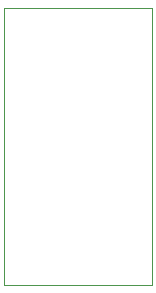
<source format=gm1>
G04 #@! TF.GenerationSoftware,KiCad,Pcbnew,(5.1.0)-1*
G04 #@! TF.CreationDate,2020-11-19T10:17:46+01:00*
G04 #@! TF.ProjectId,PCB_optical_sensors_2_PMW,5043425f-6f70-4746-9963-616c5f73656e,rev?*
G04 #@! TF.SameCoordinates,Original*
G04 #@! TF.FileFunction,Profile,NP*
%FSLAX46Y46*%
G04 Gerber Fmt 4.6, Leading zero omitted, Abs format (unit mm)*
G04 Created by KiCad (PCBNEW (5.1.0)-1) date 2020-11-19 10:17:46*
%MOMM*%
%LPD*%
G04 APERTURE LIST*
%ADD10C,0.120000*%
G04 APERTURE END LIST*
D10*
X172000000Y-86000000D02*
X172000000Y-62500000D01*
X172000000Y-86000000D02*
X159500000Y-86000000D01*
X159500000Y-86000000D02*
X159500000Y-62500000D01*
X159500000Y-62500000D02*
X172000000Y-62500000D01*
M02*

</source>
